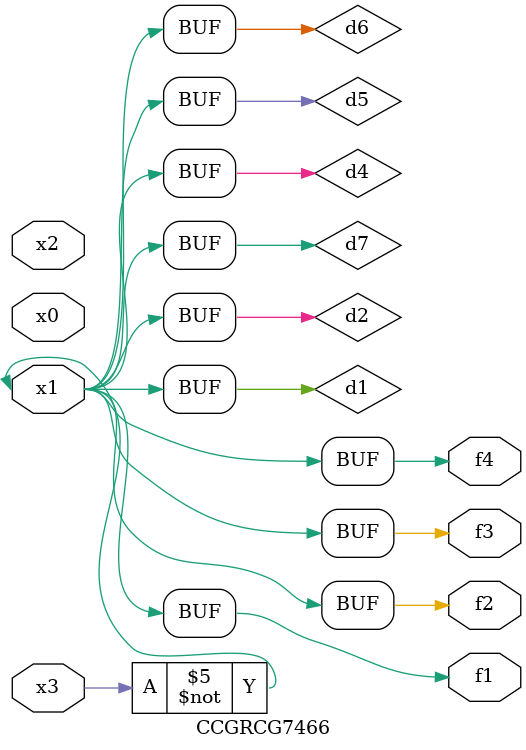
<source format=v>
module CCGRCG7466(
	input x0, x1, x2, x3,
	output f1, f2, f3, f4
);

	wire d1, d2, d3, d4, d5, d6, d7;

	not (d1, x3);
	buf (d2, x1);
	xnor (d3, d1, d2);
	nor (d4, d1);
	buf (d5, d1, d2);
	buf (d6, d4, d5);
	nand (d7, d4);
	assign f1 = d6;
	assign f2 = d7;
	assign f3 = d6;
	assign f4 = d6;
endmodule

</source>
